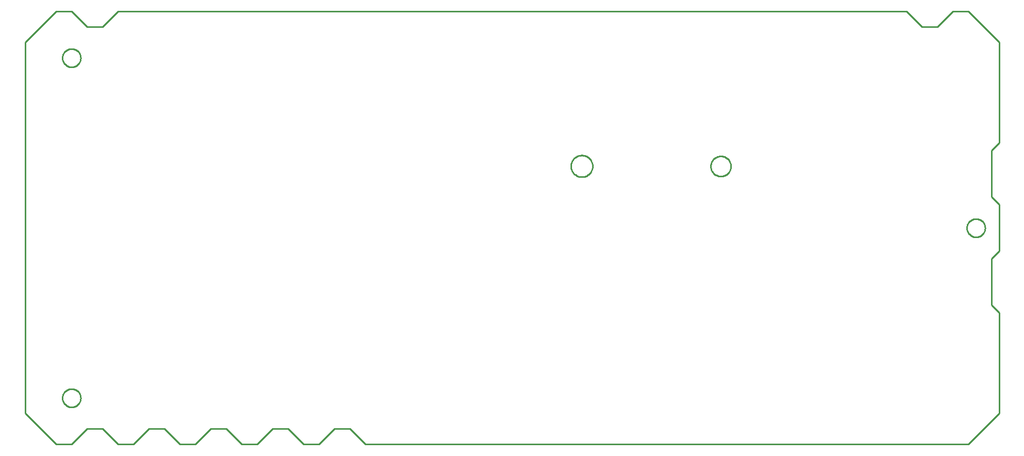
<source format=gbr>
G04 EAGLE Gerber RS-274X export*
G75*
%MOMM*%
%FSLAX34Y34*%
%LPD*%
%IN*%
%IPPOS*%
%AMOC8*
5,1,8,0,0,1.08239X$1,22.5*%
G01*
%ADD10C,0.254000*%


D10*
X0Y38100D02*
X50800Y-12700D01*
X76200Y-12700D01*
X101600Y12700D01*
X127000Y12700D01*
X152400Y-12700D01*
X177800Y-12700D01*
X203200Y12700D01*
X228600Y12700D01*
X254000Y-12700D01*
X279400Y-12700D01*
X304800Y12700D01*
X330200Y12700D01*
X355600Y-12700D01*
X381000Y-12700D01*
X406400Y12700D01*
X431800Y12700D01*
X457200Y-12700D01*
X482600Y-12700D01*
X508000Y12700D01*
X533400Y12700D01*
X558800Y-12700D01*
X1549400Y-12700D01*
X1600200Y38100D01*
X1600200Y203200D01*
X1587500Y215900D01*
X1587500Y292100D01*
X1600200Y304800D01*
X1600200Y381000D01*
X1587500Y393700D01*
X1587500Y469900D01*
X1600200Y482600D01*
X1600200Y647700D01*
X1549400Y698500D01*
X1524000Y698500D01*
X1498600Y673100D01*
X1473200Y673100D01*
X1447800Y698500D01*
X152400Y698500D01*
X127000Y673100D01*
X101600Y673100D01*
X76200Y698500D01*
X50800Y698500D01*
X0Y647700D01*
X0Y38100D01*
X91200Y621764D02*
X91124Y620696D01*
X90971Y619635D01*
X90743Y618588D01*
X90441Y617560D01*
X90067Y616556D01*
X89622Y615581D01*
X89108Y614641D01*
X88529Y613740D01*
X87887Y612882D01*
X87185Y612072D01*
X86428Y611315D01*
X85618Y610613D01*
X84760Y609971D01*
X83859Y609392D01*
X82919Y608878D01*
X81944Y608433D01*
X80940Y608059D01*
X79912Y607757D01*
X78865Y607529D01*
X77804Y607376D01*
X76736Y607300D01*
X75664Y607300D01*
X74596Y607376D01*
X73535Y607529D01*
X72488Y607757D01*
X71460Y608059D01*
X70456Y608433D01*
X69481Y608878D01*
X68541Y609392D01*
X67640Y609971D01*
X66782Y610613D01*
X65972Y611315D01*
X65215Y612072D01*
X64513Y612882D01*
X63871Y613740D01*
X63292Y614641D01*
X62778Y615581D01*
X62333Y616556D01*
X61959Y617560D01*
X61657Y618588D01*
X61429Y619635D01*
X61276Y620696D01*
X61200Y621764D01*
X61200Y622836D01*
X61276Y623904D01*
X61429Y624965D01*
X61657Y626012D01*
X61959Y627040D01*
X62333Y628044D01*
X62778Y629019D01*
X63292Y629959D01*
X63871Y630860D01*
X64513Y631718D01*
X65215Y632528D01*
X65972Y633285D01*
X66782Y633987D01*
X67640Y634629D01*
X68541Y635208D01*
X69481Y635722D01*
X70456Y636167D01*
X71460Y636541D01*
X72488Y636843D01*
X73535Y637071D01*
X74596Y637224D01*
X75664Y637300D01*
X76736Y637300D01*
X77804Y637224D01*
X78865Y637071D01*
X79912Y636843D01*
X80940Y636541D01*
X81944Y636167D01*
X82919Y635722D01*
X83859Y635208D01*
X84760Y634629D01*
X85618Y633987D01*
X86428Y633285D01*
X87185Y632528D01*
X87887Y631718D01*
X88529Y630860D01*
X89108Y629959D01*
X89622Y629019D01*
X90067Y628044D01*
X90441Y627040D01*
X90743Y626012D01*
X90971Y624965D01*
X91124Y623904D01*
X91200Y622836D01*
X91200Y621764D01*
X91200Y62964D02*
X91124Y61896D01*
X90971Y60835D01*
X90743Y59788D01*
X90441Y58760D01*
X90067Y57756D01*
X89622Y56781D01*
X89108Y55841D01*
X88529Y54940D01*
X87887Y54082D01*
X87185Y53272D01*
X86428Y52515D01*
X85618Y51813D01*
X84760Y51171D01*
X83859Y50592D01*
X82919Y50078D01*
X81944Y49633D01*
X80940Y49259D01*
X79912Y48957D01*
X78865Y48729D01*
X77804Y48576D01*
X76736Y48500D01*
X75664Y48500D01*
X74596Y48576D01*
X73535Y48729D01*
X72488Y48957D01*
X71460Y49259D01*
X70456Y49633D01*
X69481Y50078D01*
X68541Y50592D01*
X67640Y51171D01*
X66782Y51813D01*
X65972Y52515D01*
X65215Y53272D01*
X64513Y54082D01*
X63871Y54940D01*
X63292Y55841D01*
X62778Y56781D01*
X62333Y57756D01*
X61959Y58760D01*
X61657Y59788D01*
X61429Y60835D01*
X61276Y61896D01*
X61200Y62964D01*
X61200Y64036D01*
X61276Y65104D01*
X61429Y66165D01*
X61657Y67212D01*
X61959Y68240D01*
X62333Y69244D01*
X62778Y70219D01*
X63292Y71159D01*
X63871Y72060D01*
X64513Y72918D01*
X65215Y73728D01*
X65972Y74485D01*
X66782Y75187D01*
X67640Y75829D01*
X68541Y76408D01*
X69481Y76922D01*
X70456Y77367D01*
X71460Y77741D01*
X72488Y78043D01*
X73535Y78271D01*
X74596Y78424D01*
X75664Y78500D01*
X76736Y78500D01*
X77804Y78424D01*
X78865Y78271D01*
X79912Y78043D01*
X80940Y77741D01*
X81944Y77367D01*
X82919Y76922D01*
X83859Y76408D01*
X84760Y75829D01*
X85618Y75187D01*
X86428Y74485D01*
X87185Y73728D01*
X87887Y72918D01*
X88529Y72060D01*
X89108Y71159D01*
X89622Y70219D01*
X90067Y69244D01*
X90441Y68240D01*
X90743Y67212D01*
X90971Y66165D01*
X91124Y65104D01*
X91200Y64036D01*
X91200Y62964D01*
X1577100Y342364D02*
X1577024Y341296D01*
X1576871Y340235D01*
X1576643Y339188D01*
X1576341Y338160D01*
X1575967Y337156D01*
X1575522Y336181D01*
X1575008Y335241D01*
X1574429Y334340D01*
X1573787Y333482D01*
X1573085Y332672D01*
X1572328Y331915D01*
X1571518Y331213D01*
X1570660Y330571D01*
X1569759Y329992D01*
X1568819Y329478D01*
X1567844Y329033D01*
X1566840Y328659D01*
X1565812Y328357D01*
X1564765Y328129D01*
X1563704Y327976D01*
X1562636Y327900D01*
X1561564Y327900D01*
X1560496Y327976D01*
X1559435Y328129D01*
X1558388Y328357D01*
X1557360Y328659D01*
X1556356Y329033D01*
X1555381Y329478D01*
X1554441Y329992D01*
X1553540Y330571D01*
X1552682Y331213D01*
X1551872Y331915D01*
X1551115Y332672D01*
X1550413Y333482D01*
X1549771Y334340D01*
X1549192Y335241D01*
X1548678Y336181D01*
X1548233Y337156D01*
X1547859Y338160D01*
X1547557Y339188D01*
X1547329Y340235D01*
X1547176Y341296D01*
X1547100Y342364D01*
X1547100Y343436D01*
X1547176Y344504D01*
X1547329Y345565D01*
X1547557Y346612D01*
X1547859Y347640D01*
X1548233Y348644D01*
X1548678Y349619D01*
X1549192Y350559D01*
X1549771Y351460D01*
X1550413Y352318D01*
X1551115Y353128D01*
X1551872Y353885D01*
X1552682Y354587D01*
X1553540Y355229D01*
X1554441Y355808D01*
X1555381Y356322D01*
X1556356Y356767D01*
X1557360Y357141D01*
X1558388Y357443D01*
X1559435Y357671D01*
X1560496Y357824D01*
X1561564Y357900D01*
X1562636Y357900D01*
X1563704Y357824D01*
X1564765Y357671D01*
X1565812Y357443D01*
X1566840Y357141D01*
X1567844Y356767D01*
X1568819Y356322D01*
X1569759Y355808D01*
X1570660Y355229D01*
X1571518Y354587D01*
X1572328Y353885D01*
X1573085Y353128D01*
X1573787Y352318D01*
X1574429Y351460D01*
X1575008Y350559D01*
X1575522Y349619D01*
X1575967Y348644D01*
X1576341Y347640D01*
X1576643Y346612D01*
X1576871Y345565D01*
X1577024Y344504D01*
X1577100Y343436D01*
X1577100Y342364D01*
X932180Y445082D02*
X932104Y446244D01*
X931952Y447398D01*
X931725Y448540D01*
X931424Y449664D01*
X931049Y450766D01*
X930604Y451842D01*
X930089Y452886D01*
X929507Y453894D01*
X928860Y454862D01*
X928152Y455786D01*
X927384Y456661D01*
X926561Y457484D01*
X925686Y458252D01*
X924762Y458960D01*
X923794Y459607D01*
X922786Y460189D01*
X921742Y460704D01*
X920666Y461149D01*
X919564Y461524D01*
X918440Y461825D01*
X917298Y462052D01*
X916144Y462204D01*
X914982Y462280D01*
X913818Y462280D01*
X912656Y462204D01*
X911502Y462052D01*
X910360Y461825D01*
X909236Y461524D01*
X908134Y461149D01*
X907058Y460704D01*
X906014Y460189D01*
X905006Y459607D01*
X904038Y458960D01*
X903114Y458252D01*
X902239Y457484D01*
X901416Y456661D01*
X900649Y455786D01*
X899940Y454862D01*
X899293Y453894D01*
X898711Y452886D01*
X898196Y451842D01*
X897751Y450766D01*
X897377Y449664D01*
X897075Y448540D01*
X896848Y447398D01*
X896696Y446244D01*
X896620Y445082D01*
X896620Y443918D01*
X896696Y442756D01*
X896848Y441602D01*
X897075Y440460D01*
X897377Y439336D01*
X897751Y438234D01*
X898196Y437158D01*
X898711Y436114D01*
X899293Y435106D01*
X899940Y434138D01*
X900649Y433214D01*
X901416Y432339D01*
X902239Y431516D01*
X903114Y430749D01*
X904038Y430040D01*
X905006Y429393D01*
X906014Y428811D01*
X907058Y428296D01*
X908134Y427851D01*
X909236Y427477D01*
X910360Y427175D01*
X911502Y426948D01*
X912656Y426796D01*
X913818Y426720D01*
X914982Y426720D01*
X916144Y426796D01*
X917298Y426948D01*
X918440Y427175D01*
X919564Y427477D01*
X920666Y427851D01*
X921742Y428296D01*
X922786Y428811D01*
X923794Y429393D01*
X924762Y430040D01*
X925686Y430749D01*
X926561Y431516D01*
X927384Y432339D01*
X928152Y433214D01*
X928860Y434138D01*
X929507Y435106D01*
X930089Y436114D01*
X930604Y437158D01*
X931049Y438234D01*
X931424Y439336D01*
X931725Y440460D01*
X931952Y441602D01*
X932104Y442756D01*
X932180Y443918D01*
X932180Y445082D01*
X1159383Y444786D02*
X1159312Y445865D01*
X1159171Y446937D01*
X1158960Y447997D01*
X1158681Y449041D01*
X1158333Y450065D01*
X1157919Y451063D01*
X1157441Y452033D01*
X1156901Y452969D01*
X1156300Y453868D01*
X1155642Y454725D01*
X1154930Y455538D01*
X1154165Y456303D01*
X1153352Y457015D01*
X1152495Y457673D01*
X1151596Y458274D01*
X1150660Y458814D01*
X1149690Y459292D01*
X1148692Y459706D01*
X1147668Y460054D01*
X1146624Y460333D01*
X1145564Y460544D01*
X1144492Y460685D01*
X1143413Y460756D01*
X1142333Y460756D01*
X1141254Y460685D01*
X1140182Y460544D01*
X1139122Y460333D01*
X1138078Y460054D01*
X1137054Y459706D01*
X1136056Y459292D01*
X1135086Y458814D01*
X1134150Y458274D01*
X1133251Y457673D01*
X1132394Y457015D01*
X1131581Y456303D01*
X1130817Y455538D01*
X1130104Y454725D01*
X1129446Y453868D01*
X1128845Y452969D01*
X1128305Y452033D01*
X1127827Y451063D01*
X1127413Y450065D01*
X1127065Y449041D01*
X1126786Y447997D01*
X1126575Y446937D01*
X1126434Y445865D01*
X1126363Y444786D01*
X1126363Y443706D01*
X1126434Y442627D01*
X1126575Y441555D01*
X1126786Y440495D01*
X1127065Y439451D01*
X1127413Y438427D01*
X1127827Y437429D01*
X1128305Y436459D01*
X1128845Y435523D01*
X1129446Y434624D01*
X1130104Y433767D01*
X1130817Y432954D01*
X1131581Y432190D01*
X1132394Y431477D01*
X1133251Y430819D01*
X1134150Y430218D01*
X1135086Y429678D01*
X1136056Y429200D01*
X1137054Y428786D01*
X1138078Y428438D01*
X1139122Y428159D01*
X1140182Y427948D01*
X1141254Y427807D01*
X1142333Y427736D01*
X1143413Y427736D01*
X1144492Y427807D01*
X1145564Y427948D01*
X1146624Y428159D01*
X1147668Y428438D01*
X1148692Y428786D01*
X1149690Y429200D01*
X1150660Y429678D01*
X1151596Y430218D01*
X1152495Y430819D01*
X1153352Y431477D01*
X1154165Y432190D01*
X1154930Y432954D01*
X1155642Y433767D01*
X1156300Y434624D01*
X1156901Y435523D01*
X1157441Y436459D01*
X1157919Y437429D01*
X1158333Y438427D01*
X1158681Y439451D01*
X1158960Y440495D01*
X1159171Y441555D01*
X1159312Y442627D01*
X1159383Y443706D01*
X1159383Y444786D01*
M02*

</source>
